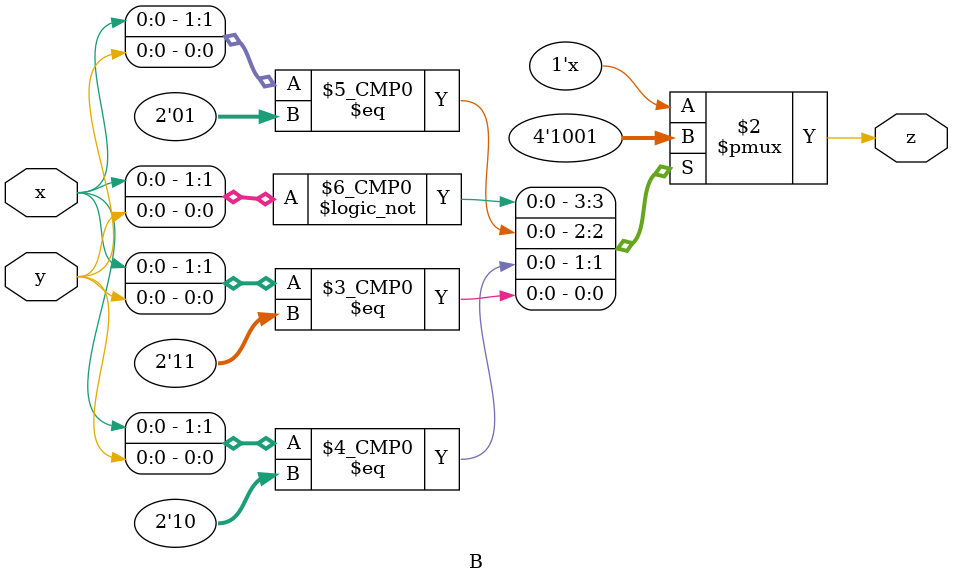
<source format=sv>
module top_module(
	input x,
	input y,
	output z);
	
	wire a1_out, a2_out;
	wire b1_out, b2_out;
	wire or_out, and_out;

	// Instantiate two A submodules
	A a1 (.x(x), .y(y), .z(a1_out));
	A a2 (.x(x), .y(y), .z(a2_out));

	// Instantiate two B submodules
	B b1 (.x(x), .y(y), .z(b1_out));
	B b2 (.x(x), .y(y), .z(b2_out));

	// OR the outputs of the first A and B submodules
	assign or_out = a1_out | b1_out;

	// AND the outputs of the second A and B submodules
	assign and_out = a2_out & b2_out;

	// XOR the outputs of the OR and AND operations
	assign z = or_out ^ and_out;
endmodule
module A(
	input x,
	input y,
	output z);
	
	// z = (x^y) & x
	assign z = (x ^ y) & x;
endmodule
module B(
	input x,
	input y,
	output reg z);
	
	always @(*) begin
		case ({x, y})
			2'b00: z = 1;
			2'b01: z = 0;
			2'b10: z = 0;
			2'b11: z = 1;
			default: z = 1'bx;  // Should not reach here
		endcase
	end
endmodule

</source>
